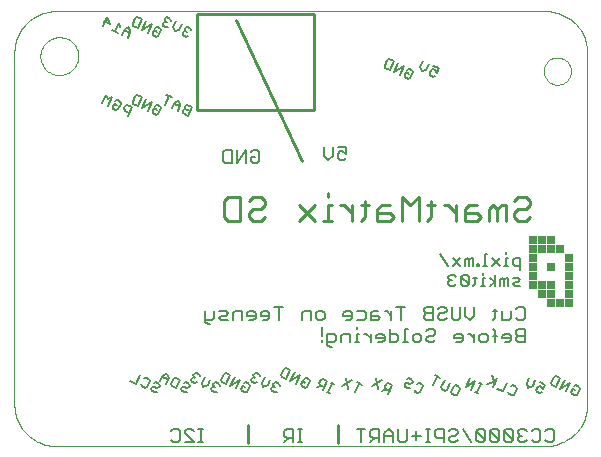
<source format=gbo>
G75*
G70*
%OFA0B0*%
%FSLAX24Y24*%
%IPPOS*%
%LPD*%
%AMOC8*
5,1,8,0,0,1.08239X$1,22.5*
%
%ADD10C,0.0000*%
%ADD11C,0.0090*%
%ADD12C,0.0060*%
%ADD13C,0.0070*%
%ADD14C,0.0100*%
%ADD15C,0.0080*%
%ADD16R,0.0250X0.0250*%
D10*
X001600Y002933D02*
X017900Y002933D01*
X017973Y002935D01*
X018046Y002941D01*
X018119Y002950D01*
X018191Y002964D01*
X018262Y002981D01*
X018333Y003002D01*
X018402Y003026D01*
X018469Y003054D01*
X018536Y003086D01*
X018600Y003121D01*
X018662Y003159D01*
X018723Y003200D01*
X018781Y003245D01*
X018837Y003293D01*
X018890Y003343D01*
X018940Y003396D01*
X018988Y003452D01*
X019033Y003510D01*
X019074Y003571D01*
X019112Y003633D01*
X019147Y003697D01*
X019179Y003764D01*
X019207Y003831D01*
X019231Y003900D01*
X019252Y003971D01*
X019269Y004042D01*
X019283Y004114D01*
X019292Y004187D01*
X019298Y004260D01*
X019300Y004333D01*
X019300Y016033D01*
X017847Y015433D02*
X017849Y015475D01*
X017855Y015517D01*
X017865Y015559D01*
X017878Y015599D01*
X017896Y015638D01*
X017917Y015675D01*
X017941Y015709D01*
X017969Y015742D01*
X017999Y015772D01*
X018032Y015798D01*
X018067Y015822D01*
X018105Y015842D01*
X018144Y015858D01*
X018184Y015871D01*
X018226Y015880D01*
X018268Y015885D01*
X018311Y015886D01*
X018353Y015883D01*
X018395Y015876D01*
X018436Y015865D01*
X018476Y015850D01*
X018514Y015832D01*
X018551Y015810D01*
X018585Y015785D01*
X018617Y015757D01*
X018645Y015726D01*
X018671Y015692D01*
X018694Y015656D01*
X018713Y015619D01*
X018729Y015579D01*
X018741Y015538D01*
X018749Y015497D01*
X018753Y015454D01*
X018753Y015412D01*
X018749Y015369D01*
X018741Y015328D01*
X018729Y015287D01*
X018713Y015247D01*
X018694Y015210D01*
X018671Y015174D01*
X018645Y015140D01*
X018617Y015109D01*
X018585Y015081D01*
X018551Y015056D01*
X018514Y015034D01*
X018476Y015016D01*
X018436Y015001D01*
X018395Y014990D01*
X018353Y014983D01*
X018311Y014980D01*
X018268Y014981D01*
X018226Y014986D01*
X018184Y014995D01*
X018144Y015008D01*
X018105Y015024D01*
X018067Y015044D01*
X018032Y015068D01*
X017999Y015094D01*
X017969Y015124D01*
X017941Y015157D01*
X017917Y015191D01*
X017896Y015228D01*
X017878Y015267D01*
X017865Y015307D01*
X017855Y015349D01*
X017849Y015391D01*
X017847Y015433D01*
X019300Y016033D02*
X019298Y016106D01*
X019292Y016179D01*
X019283Y016252D01*
X019269Y016324D01*
X019252Y016395D01*
X019231Y016466D01*
X019207Y016535D01*
X019179Y016602D01*
X019147Y016669D01*
X019112Y016733D01*
X019074Y016795D01*
X019033Y016856D01*
X018988Y016914D01*
X018940Y016970D01*
X018890Y017023D01*
X018837Y017073D01*
X018781Y017121D01*
X018723Y017166D01*
X018662Y017207D01*
X018600Y017245D01*
X018536Y017280D01*
X018469Y017312D01*
X018402Y017340D01*
X018333Y017364D01*
X018262Y017385D01*
X018191Y017402D01*
X018119Y017416D01*
X018046Y017425D01*
X017973Y017431D01*
X017900Y017433D01*
X001600Y017433D01*
X001527Y017431D01*
X001454Y017425D01*
X001381Y017416D01*
X001309Y017402D01*
X001238Y017385D01*
X001167Y017364D01*
X001098Y017340D01*
X001031Y017312D01*
X000964Y017280D01*
X000900Y017245D01*
X000838Y017207D01*
X000777Y017166D01*
X000719Y017121D01*
X000663Y017073D01*
X000610Y017023D01*
X000560Y016970D01*
X000512Y016914D01*
X000467Y016856D01*
X000426Y016795D01*
X000388Y016733D01*
X000353Y016669D01*
X000321Y016602D01*
X000293Y016535D01*
X000269Y016466D01*
X000248Y016395D01*
X000231Y016324D01*
X000217Y016252D01*
X000208Y016179D01*
X000202Y016106D01*
X000200Y016033D01*
X000200Y004333D01*
X000202Y004260D01*
X000208Y004187D01*
X000217Y004114D01*
X000231Y004042D01*
X000248Y003971D01*
X000269Y003900D01*
X000293Y003831D01*
X000321Y003764D01*
X000353Y003697D01*
X000388Y003633D01*
X000426Y003571D01*
X000467Y003510D01*
X000512Y003452D01*
X000560Y003396D01*
X000610Y003343D01*
X000663Y003293D01*
X000719Y003245D01*
X000777Y003200D01*
X000838Y003159D01*
X000900Y003121D01*
X000964Y003086D01*
X001031Y003054D01*
X001098Y003026D01*
X001167Y003002D01*
X001238Y002981D01*
X001309Y002964D01*
X001381Y002950D01*
X001454Y002941D01*
X001527Y002935D01*
X001600Y002933D01*
X001070Y015933D02*
X001072Y015983D01*
X001078Y016033D01*
X001088Y016082D01*
X001102Y016130D01*
X001119Y016177D01*
X001140Y016222D01*
X001165Y016266D01*
X001193Y016307D01*
X001225Y016346D01*
X001259Y016383D01*
X001296Y016417D01*
X001336Y016447D01*
X001378Y016474D01*
X001422Y016498D01*
X001468Y016519D01*
X001515Y016535D01*
X001563Y016548D01*
X001613Y016557D01*
X001662Y016562D01*
X001713Y016563D01*
X001763Y016560D01*
X001812Y016553D01*
X001861Y016542D01*
X001909Y016527D01*
X001955Y016509D01*
X002000Y016487D01*
X002043Y016461D01*
X002084Y016432D01*
X002123Y016400D01*
X002159Y016365D01*
X002191Y016327D01*
X002221Y016287D01*
X002248Y016244D01*
X002271Y016200D01*
X002290Y016154D01*
X002306Y016106D01*
X002318Y016057D01*
X002326Y016008D01*
X002330Y015958D01*
X002330Y015908D01*
X002326Y015858D01*
X002318Y015809D01*
X002306Y015760D01*
X002290Y015712D01*
X002271Y015666D01*
X002248Y015622D01*
X002221Y015579D01*
X002191Y015539D01*
X002159Y015501D01*
X002123Y015466D01*
X002084Y015434D01*
X002043Y015405D01*
X002000Y015379D01*
X001955Y015357D01*
X001909Y015339D01*
X001861Y015324D01*
X001812Y015313D01*
X001763Y015306D01*
X001713Y015303D01*
X001662Y015304D01*
X001613Y015309D01*
X001563Y015318D01*
X001515Y015331D01*
X001468Y015347D01*
X001422Y015368D01*
X001378Y015392D01*
X001336Y015419D01*
X001296Y015449D01*
X001259Y015483D01*
X001225Y015520D01*
X001193Y015559D01*
X001165Y015600D01*
X001140Y015644D01*
X001119Y015689D01*
X001102Y015736D01*
X001088Y015784D01*
X001078Y015833D01*
X001072Y015883D01*
X001070Y015933D01*
D11*
X010639Y011374D02*
X010639Y011239D01*
X010639Y010969D02*
X010639Y010428D01*
X010774Y010428D02*
X010504Y010428D01*
X010221Y010428D02*
X009681Y010969D01*
X010221Y010969D02*
X009681Y010428D01*
X010639Y010969D02*
X010774Y010969D01*
X011059Y010969D02*
X011194Y010969D01*
X011464Y010699D01*
X011464Y010969D02*
X011464Y010428D01*
X011747Y010428D02*
X011882Y010563D01*
X011882Y011104D01*
X012017Y010969D02*
X011747Y010969D01*
X012305Y010834D02*
X012305Y010428D01*
X012710Y010428D01*
X012846Y010563D01*
X012710Y010699D01*
X012305Y010699D01*
X012305Y010834D02*
X012440Y010969D01*
X012710Y010969D01*
X013134Y011239D02*
X013134Y010428D01*
X013674Y010428D02*
X013674Y011239D01*
X013404Y010969D01*
X013134Y011239D01*
X013957Y010969D02*
X014227Y010969D01*
X014092Y011104D02*
X014092Y010563D01*
X013957Y010428D01*
X014647Y010969D02*
X014917Y010699D01*
X014917Y010969D02*
X014917Y010428D01*
X015206Y010428D02*
X015611Y010428D01*
X015746Y010563D01*
X015611Y010699D01*
X015206Y010699D01*
X015206Y010834D02*
X015206Y010428D01*
X015206Y010834D02*
X015341Y010969D01*
X015611Y010969D01*
X016034Y010834D02*
X016034Y010428D01*
X016305Y010428D02*
X016305Y010834D01*
X016169Y010969D01*
X016034Y010834D01*
X016305Y010834D02*
X016440Y010969D01*
X016575Y010969D01*
X016575Y010428D01*
X016863Y010563D02*
X016863Y010699D01*
X016998Y010834D01*
X017268Y010834D01*
X017403Y010969D01*
X017403Y011104D01*
X017268Y011239D01*
X016998Y011239D01*
X016863Y011104D01*
X016863Y010563D02*
X016998Y010428D01*
X017268Y010428D01*
X017403Y010563D01*
X014647Y010969D02*
X014512Y010969D01*
X008564Y010969D02*
X008429Y010834D01*
X008159Y010834D01*
X008023Y010699D01*
X008023Y010563D01*
X008159Y010428D01*
X008429Y010428D01*
X008564Y010563D01*
X007735Y010428D02*
X007330Y010428D01*
X007195Y010563D01*
X007195Y011104D01*
X007330Y011239D01*
X007735Y011239D01*
X007735Y010428D01*
X008023Y011104D02*
X008159Y011239D01*
X008429Y011239D01*
X008564Y011104D01*
X008564Y010969D01*
D12*
X008297Y012363D02*
X008150Y012363D01*
X008076Y012437D01*
X008076Y012584D01*
X008223Y012584D01*
X008076Y012730D02*
X008150Y012804D01*
X008297Y012804D01*
X008370Y012730D01*
X008370Y012437D01*
X008297Y012363D01*
X007910Y012363D02*
X007910Y012804D01*
X007616Y012363D01*
X007616Y012804D01*
X007449Y012804D02*
X007229Y012804D01*
X007156Y012730D01*
X007156Y012437D01*
X007229Y012363D01*
X007449Y012363D01*
X007449Y012804D01*
X010516Y012904D02*
X010516Y012610D01*
X010663Y012463D01*
X010810Y012610D01*
X010810Y012904D01*
X010976Y012904D02*
X011270Y012904D01*
X011270Y012684D01*
X011123Y012757D01*
X011050Y012757D01*
X010976Y012684D01*
X010976Y012537D01*
X011050Y012463D01*
X011197Y012463D01*
X011270Y012537D01*
X011245Y007432D02*
X011172Y007359D01*
X011172Y007285D01*
X011465Y007285D01*
X011465Y007212D02*
X011465Y007359D01*
X011392Y007432D01*
X011245Y007432D01*
X011632Y007432D02*
X011852Y007432D01*
X011925Y007359D01*
X011925Y007212D01*
X011852Y007138D01*
X011632Y007138D01*
X011465Y007212D02*
X011392Y007138D01*
X011245Y007138D01*
X011622Y006902D02*
X011622Y006829D01*
X011622Y006682D02*
X011622Y006388D01*
X011695Y006388D02*
X011549Y006388D01*
X011388Y006388D02*
X011388Y006682D01*
X011168Y006682D01*
X011095Y006609D01*
X011095Y006388D01*
X010928Y006462D02*
X010855Y006388D01*
X010634Y006388D01*
X010634Y006315D02*
X010634Y006682D01*
X010855Y006682D01*
X010928Y006609D01*
X010928Y006462D01*
X010781Y006242D02*
X010708Y006242D01*
X010634Y006315D01*
X010468Y006388D02*
X010468Y006462D01*
X010468Y006609D02*
X010468Y006902D01*
X010471Y007138D02*
X010324Y007138D01*
X010251Y007212D01*
X010251Y007359D01*
X010324Y007432D01*
X010471Y007432D01*
X010544Y007359D01*
X010544Y007212D01*
X010471Y007138D01*
X010084Y007138D02*
X010084Y007432D01*
X009864Y007432D01*
X009790Y007359D01*
X009790Y007138D01*
X009163Y007579D02*
X008870Y007579D01*
X009016Y007579D02*
X009016Y007138D01*
X008703Y007212D02*
X008703Y007359D01*
X008629Y007432D01*
X008483Y007432D01*
X008409Y007359D01*
X008409Y007285D01*
X008703Y007285D01*
X008703Y007212D02*
X008629Y007138D01*
X008483Y007138D01*
X008242Y007212D02*
X008242Y007359D01*
X008169Y007432D01*
X008022Y007432D01*
X007949Y007359D01*
X007949Y007285D01*
X008242Y007285D01*
X008242Y007212D02*
X008169Y007138D01*
X008022Y007138D01*
X007782Y007138D02*
X007782Y007432D01*
X007562Y007432D01*
X007488Y007359D01*
X007488Y007138D01*
X007322Y007138D02*
X007101Y007138D01*
X007028Y007212D01*
X007101Y007285D01*
X007248Y007285D01*
X007322Y007359D01*
X007248Y007432D01*
X007028Y007432D01*
X006861Y007432D02*
X006861Y007212D01*
X006788Y007138D01*
X006568Y007138D01*
X006568Y007065D02*
X006641Y006992D01*
X006714Y006992D01*
X006568Y007065D02*
X006568Y007432D01*
X011622Y006682D02*
X011695Y006682D01*
X011859Y006682D02*
X011932Y006682D01*
X012079Y006535D01*
X012079Y006388D02*
X012079Y006682D01*
X012246Y006609D02*
X012246Y006535D01*
X012539Y006535D01*
X012539Y006462D02*
X012539Y006609D01*
X012466Y006682D01*
X012319Y006682D01*
X012246Y006609D01*
X012319Y006388D02*
X012466Y006388D01*
X012539Y006462D01*
X012706Y006388D02*
X012926Y006388D01*
X013000Y006462D01*
X013000Y006609D01*
X012926Y006682D01*
X012706Y006682D01*
X012706Y006829D02*
X012706Y006388D01*
X013160Y006388D02*
X013307Y006388D01*
X013233Y006388D02*
X013233Y006829D01*
X013307Y006829D01*
X013473Y006609D02*
X013547Y006682D01*
X013694Y006682D01*
X013767Y006609D01*
X013767Y006462D01*
X013694Y006388D01*
X013547Y006388D01*
X013473Y006462D01*
X013473Y006609D01*
X013934Y006535D02*
X013934Y006462D01*
X014007Y006388D01*
X014154Y006388D01*
X014227Y006462D01*
X014154Y006609D02*
X014007Y006609D01*
X013934Y006535D01*
X013934Y006755D02*
X014007Y006829D01*
X014154Y006829D01*
X014227Y006755D01*
X014227Y006682D01*
X014154Y006609D01*
X014855Y006609D02*
X014855Y006535D01*
X015148Y006535D01*
X015148Y006462D02*
X015148Y006609D01*
X015075Y006682D01*
X014928Y006682D01*
X014855Y006609D01*
X014928Y006388D02*
X015075Y006388D01*
X015148Y006462D01*
X015312Y006682D02*
X015385Y006682D01*
X015532Y006535D01*
X015532Y006388D02*
X015532Y006682D01*
X015699Y006609D02*
X015772Y006682D01*
X015919Y006682D01*
X015992Y006609D01*
X015992Y006462D01*
X015919Y006388D01*
X015772Y006388D01*
X015699Y006462D01*
X015699Y006609D01*
X016152Y006609D02*
X016299Y006609D01*
X016226Y006755D02*
X016226Y006388D01*
X016466Y006535D02*
X016760Y006535D01*
X016760Y006462D02*
X016760Y006609D01*
X016686Y006682D01*
X016539Y006682D01*
X016466Y006609D01*
X016466Y006535D01*
X016539Y006388D02*
X016686Y006388D01*
X016760Y006462D01*
X016926Y006462D02*
X017000Y006388D01*
X017220Y006388D01*
X017220Y006829D01*
X017000Y006829D01*
X016926Y006755D01*
X016926Y006682D01*
X017000Y006609D01*
X017220Y006609D01*
X017000Y006609D02*
X016926Y006535D01*
X016926Y006462D01*
X016226Y006755D02*
X016152Y006829D01*
X016152Y007138D02*
X016226Y007212D01*
X016226Y007505D01*
X016299Y007432D02*
X016152Y007432D01*
X016466Y007432D02*
X016466Y007138D01*
X016686Y007138D01*
X016760Y007212D01*
X016760Y007432D01*
X016926Y007505D02*
X017000Y007579D01*
X017147Y007579D01*
X017220Y007505D01*
X017220Y007212D01*
X017147Y007138D01*
X017000Y007138D01*
X016926Y007212D01*
X015532Y007285D02*
X015385Y007138D01*
X015238Y007285D01*
X015238Y007579D01*
X015072Y007579D02*
X015072Y007212D01*
X014998Y007138D01*
X014851Y007138D01*
X014778Y007212D01*
X014778Y007579D01*
X014611Y007505D02*
X014611Y007432D01*
X014538Y007359D01*
X014391Y007359D01*
X014318Y007285D01*
X014318Y007212D01*
X014391Y007138D01*
X014538Y007138D01*
X014611Y007212D01*
X014151Y007138D02*
X013931Y007138D01*
X013857Y007212D01*
X013857Y007285D01*
X013931Y007359D01*
X014151Y007359D01*
X014151Y007579D02*
X014151Y007138D01*
X013931Y007359D02*
X013857Y007432D01*
X013857Y007505D01*
X013931Y007579D01*
X014151Y007579D01*
X014318Y007505D02*
X014391Y007579D01*
X014538Y007579D01*
X014611Y007505D01*
X015532Y007579D02*
X015532Y007285D01*
X013230Y007579D02*
X012936Y007579D01*
X013083Y007579D02*
X013083Y007138D01*
X012770Y007138D02*
X012770Y007432D01*
X012770Y007285D02*
X012623Y007432D01*
X012549Y007432D01*
X012312Y007432D02*
X012166Y007432D01*
X012092Y007359D01*
X012092Y007138D01*
X012312Y007138D01*
X012386Y007212D01*
X012312Y007285D01*
X012092Y007285D01*
X012144Y003504D02*
X012071Y003430D01*
X012071Y003284D01*
X012144Y003210D01*
X012365Y003210D01*
X012365Y003063D02*
X012365Y003504D01*
X012144Y003504D01*
X011904Y003504D02*
X011611Y003504D01*
X011757Y003504D02*
X011757Y003063D01*
X012071Y003063D02*
X012218Y003210D01*
X012531Y003284D02*
X012825Y003284D01*
X012825Y003357D02*
X012825Y003063D01*
X012992Y003137D02*
X012992Y003504D01*
X012825Y003357D02*
X012678Y003504D01*
X012531Y003357D01*
X012531Y003063D01*
X012992Y003137D02*
X013065Y003063D01*
X013212Y003063D01*
X013285Y003137D01*
X013285Y003504D01*
X013452Y003284D02*
X013746Y003284D01*
X013599Y003430D02*
X013599Y003137D01*
X013906Y003063D02*
X014053Y003063D01*
X013979Y003063D02*
X013979Y003504D01*
X013906Y003504D02*
X014053Y003504D01*
X014219Y003430D02*
X014219Y003284D01*
X014293Y003210D01*
X014513Y003210D01*
X014513Y003063D02*
X014513Y003504D01*
X014293Y003504D01*
X014219Y003430D01*
X014680Y003430D02*
X014753Y003504D01*
X014900Y003504D01*
X014973Y003430D01*
X014973Y003357D01*
X014900Y003284D01*
X014753Y003284D01*
X014680Y003210D01*
X014680Y003137D01*
X014753Y003063D01*
X014900Y003063D01*
X014973Y003137D01*
X015140Y003504D02*
X015434Y003063D01*
X015601Y003137D02*
X015674Y003063D01*
X015821Y003063D01*
X015894Y003137D01*
X015601Y003430D01*
X015601Y003137D01*
X015894Y003137D02*
X015894Y003430D01*
X015821Y003504D01*
X015674Y003504D01*
X015601Y003430D01*
X016061Y003430D02*
X016355Y003137D01*
X016281Y003063D01*
X016134Y003063D01*
X016061Y003137D01*
X016061Y003430D01*
X016134Y003504D01*
X016281Y003504D01*
X016355Y003430D01*
X016355Y003137D01*
X016521Y003137D02*
X016595Y003063D01*
X016742Y003063D01*
X016815Y003137D01*
X016521Y003430D01*
X016521Y003137D01*
X016815Y003137D02*
X016815Y003430D01*
X016742Y003504D01*
X016595Y003504D01*
X016521Y003430D01*
X016982Y003430D02*
X016982Y003357D01*
X017055Y003284D01*
X016982Y003210D01*
X016982Y003137D01*
X017055Y003063D01*
X017202Y003063D01*
X017275Y003137D01*
X017442Y003137D02*
X017516Y003063D01*
X017662Y003063D01*
X017736Y003137D01*
X017736Y003430D01*
X017662Y003504D01*
X017516Y003504D01*
X017442Y003430D01*
X017275Y003430D02*
X017202Y003504D01*
X017055Y003504D01*
X016982Y003430D01*
X017055Y003284D02*
X017129Y003284D01*
X017903Y003430D02*
X017976Y003504D01*
X018123Y003504D01*
X018196Y003430D01*
X018196Y003137D01*
X018123Y003063D01*
X017976Y003063D01*
X017903Y003137D01*
X009804Y003063D02*
X009657Y003063D01*
X009730Y003063D02*
X009730Y003504D01*
X009657Y003504D02*
X009804Y003504D01*
X009497Y003504D02*
X009277Y003504D01*
X009203Y003430D01*
X009203Y003284D01*
X009277Y003210D01*
X009497Y003210D01*
X009497Y003063D02*
X009497Y003504D01*
X009350Y003210D02*
X009203Y003063D01*
X006484Y003063D02*
X006337Y003063D01*
X006410Y003063D02*
X006410Y003504D01*
X006337Y003504D02*
X006484Y003504D01*
X006177Y003430D02*
X006104Y003504D01*
X005957Y003504D01*
X005883Y003430D01*
X005883Y003357D01*
X006177Y003063D01*
X005883Y003063D01*
X005717Y003137D02*
X005643Y003063D01*
X005496Y003063D01*
X005423Y003137D01*
X005717Y003137D02*
X005717Y003430D01*
X005643Y003504D01*
X005496Y003504D01*
X005423Y003430D01*
D13*
X014671Y008332D02*
X014734Y008268D01*
X014861Y008268D01*
X014924Y008332D01*
X015085Y008332D02*
X015148Y008268D01*
X015275Y008268D01*
X015339Y008332D01*
X015085Y008585D01*
X015085Y008332D01*
X015085Y008585D02*
X015148Y008649D01*
X015275Y008649D01*
X015339Y008585D01*
X015339Y008332D01*
X015488Y008268D02*
X015551Y008332D01*
X015551Y008585D01*
X015615Y008522D02*
X015488Y008522D01*
X015828Y008522D02*
X015828Y008268D01*
X015891Y008268D02*
X015764Y008268D01*
X016046Y008268D02*
X016236Y008395D01*
X016046Y008522D01*
X015891Y008522D02*
X015828Y008522D01*
X015828Y008649D02*
X015828Y008712D01*
X015833Y008943D02*
X015960Y008943D01*
X015897Y008943D02*
X015897Y009324D01*
X015960Y009324D01*
X016121Y009197D02*
X016374Y008943D01*
X016524Y008943D02*
X016651Y008943D01*
X016587Y008943D02*
X016587Y009197D01*
X016651Y009197D01*
X016587Y009324D02*
X016587Y009387D01*
X016374Y009197D02*
X016121Y008943D01*
X016236Y008649D02*
X016236Y008268D01*
X016397Y008268D02*
X016397Y008458D01*
X016460Y008522D01*
X016524Y008458D01*
X016524Y008268D01*
X016651Y008268D02*
X016651Y008522D01*
X016587Y008522D01*
X016524Y008458D01*
X016811Y008522D02*
X017002Y008522D01*
X017065Y008458D01*
X017002Y008395D01*
X016875Y008395D01*
X016811Y008332D01*
X016875Y008268D01*
X017065Y008268D01*
X017065Y008817D02*
X017065Y009197D01*
X016875Y009197D01*
X016811Y009133D01*
X016811Y009007D01*
X016875Y008943D01*
X017065Y008943D01*
X015684Y008943D02*
X015620Y008943D01*
X015620Y009007D01*
X015684Y009007D01*
X015684Y008943D01*
X015477Y008943D02*
X015477Y009197D01*
X015413Y009197D01*
X015350Y009133D01*
X015286Y009197D01*
X015223Y009133D01*
X015223Y008943D01*
X015350Y008943D02*
X015350Y009133D01*
X015062Y009197D02*
X014809Y008943D01*
X014648Y008943D02*
X014394Y009324D01*
X014809Y009197D02*
X015062Y008943D01*
X014861Y008649D02*
X014734Y008649D01*
X014671Y008585D01*
X014671Y008522D01*
X014734Y008458D01*
X014671Y008395D01*
X014671Y008332D01*
X014734Y008458D02*
X014797Y008458D01*
X014924Y008585D02*
X014861Y008649D01*
D14*
X009800Y012433D02*
X007600Y017133D01*
X006300Y017333D02*
X010200Y017333D01*
X010200Y014133D01*
X006300Y014133D01*
X006300Y017333D01*
X008000Y003633D02*
X008000Y003033D01*
X011000Y003033D02*
X011000Y003633D01*
D15*
X010709Y004707D02*
X010612Y004752D01*
X010660Y004729D02*
X010796Y005020D01*
X010844Y004997D02*
X010747Y005042D01*
X010622Y005101D02*
X010477Y005168D01*
X010406Y005143D01*
X010360Y005046D01*
X010386Y004975D01*
X010531Y004907D01*
X010486Y004811D02*
X010622Y005101D01*
X010435Y004952D02*
X010293Y004901D01*
X010044Y005095D02*
X009954Y004901D01*
X009883Y004876D01*
X009786Y004921D01*
X009760Y004992D01*
X009806Y005088D01*
X009902Y005043D01*
X009851Y005185D02*
X009922Y005211D01*
X010018Y005166D01*
X010044Y005095D01*
X009733Y005299D02*
X009404Y005099D01*
X009539Y005389D01*
X009399Y005455D02*
X009254Y005522D01*
X009183Y005496D01*
X009093Y005303D01*
X009119Y005232D01*
X009264Y005164D01*
X009399Y005455D01*
X009733Y005299D02*
X009598Y005009D01*
X009044Y004945D02*
X009018Y005016D01*
X008922Y005061D01*
X008851Y005035D01*
X008828Y004987D01*
X008854Y004916D01*
X008783Y004890D01*
X008760Y004842D01*
X008786Y004771D01*
X008883Y004726D01*
X008954Y004751D01*
X008902Y004893D02*
X008854Y004916D01*
X008643Y004955D02*
X008501Y004904D01*
X008449Y005046D01*
X008539Y005239D01*
X008377Y005256D02*
X008351Y005327D01*
X008254Y005372D01*
X008183Y005346D01*
X008160Y005298D01*
X008186Y005227D01*
X008115Y005201D01*
X008093Y005153D01*
X008119Y005082D01*
X008215Y005037D01*
X008286Y005063D01*
X008235Y005205D02*
X008186Y005227D01*
X008018Y005016D02*
X007922Y005061D01*
X007851Y005035D01*
X007806Y004938D02*
X007902Y004893D01*
X007806Y004938D02*
X007760Y004842D01*
X007786Y004771D01*
X007883Y004726D01*
X007954Y004751D01*
X008044Y004945D01*
X008018Y005016D01*
X007733Y005149D02*
X007598Y004859D01*
X007404Y004949D02*
X007539Y005239D01*
X007399Y005305D02*
X007264Y005014D01*
X007119Y005082D01*
X007093Y005153D01*
X007183Y005346D01*
X007254Y005372D01*
X007399Y005305D01*
X007404Y004949D02*
X007733Y005149D01*
X007044Y004945D02*
X007018Y005016D01*
X006922Y005061D01*
X006851Y005035D01*
X006828Y004987D01*
X006854Y004916D01*
X006783Y004890D01*
X006760Y004842D01*
X006786Y004771D01*
X006883Y004726D01*
X006954Y004751D01*
X006902Y004893D02*
X006854Y004916D01*
X006643Y004955D02*
X006501Y004904D01*
X006449Y005046D01*
X006539Y005239D01*
X006377Y005256D02*
X006351Y005327D01*
X006254Y005372D01*
X006183Y005346D01*
X006160Y005298D01*
X006186Y005227D01*
X006115Y005201D01*
X006093Y005153D01*
X006119Y005082D01*
X006215Y005037D01*
X006286Y005063D01*
X006235Y005205D02*
X006186Y005227D01*
X006018Y005016D02*
X006044Y004945D01*
X006022Y004897D01*
X005951Y004871D01*
X005854Y004916D01*
X005783Y004890D01*
X005760Y004842D01*
X005786Y004771D01*
X005883Y004726D01*
X005954Y004751D01*
X005598Y004859D02*
X005452Y004926D01*
X005427Y004997D01*
X005517Y005191D01*
X005588Y005217D01*
X005733Y005149D01*
X005598Y004859D01*
X005851Y005035D02*
X005922Y005061D01*
X006018Y005016D01*
X006643Y004955D02*
X006733Y005149D01*
X005354Y005208D02*
X005264Y005014D01*
X005331Y005159D02*
X005138Y005250D01*
X005160Y005298D02*
X005070Y005105D01*
X005018Y005016D02*
X005044Y004945D01*
X005022Y004897D01*
X004951Y004871D01*
X004854Y004916D01*
X004783Y004890D01*
X004760Y004842D01*
X004786Y004771D01*
X004883Y004726D01*
X004954Y004751D01*
X004620Y004907D02*
X004549Y004881D01*
X004452Y004926D01*
X004427Y004997D01*
X004264Y005014D02*
X004070Y005105D01*
X004264Y005014D02*
X004399Y005305D01*
X004517Y005191D02*
X004588Y005217D01*
X004685Y005171D01*
X004710Y005101D01*
X004620Y004907D01*
X004851Y005035D02*
X004922Y005061D01*
X005018Y005016D01*
X005354Y005208D02*
X005302Y005350D01*
X005160Y005298D01*
X008643Y004955D02*
X008733Y005149D01*
X011137Y004927D02*
X011466Y005127D01*
X011606Y005061D02*
X011800Y004971D01*
X011703Y005016D02*
X011568Y004726D01*
X011331Y004836D02*
X011272Y005217D01*
X012137Y004927D02*
X012466Y005127D01*
X012584Y005013D02*
X012539Y004916D01*
X012564Y004845D01*
X012710Y004778D01*
X012613Y004823D02*
X012471Y004771D01*
X012331Y004836D02*
X012272Y005217D01*
X012584Y005013D02*
X012655Y005039D01*
X012800Y004971D01*
X012664Y004681D01*
X013236Y004904D02*
X013332Y004859D01*
X013403Y004885D01*
X013400Y005004D02*
X013303Y005049D01*
X013232Y005023D01*
X013210Y004975D01*
X013236Y004904D01*
X013400Y005004D02*
X013471Y005030D01*
X013493Y005078D01*
X013468Y005149D01*
X013371Y005194D01*
X013300Y005169D01*
X013634Y005013D02*
X013705Y005039D01*
X013801Y004994D01*
X013827Y004923D01*
X013737Y004729D01*
X013666Y004703D01*
X013569Y004749D01*
X013544Y004819D01*
X014167Y004959D02*
X014302Y005250D01*
X014399Y005205D02*
X014206Y005295D01*
X014539Y005139D02*
X014427Y004897D01*
X014452Y004826D01*
X014549Y004781D01*
X014620Y004807D01*
X014733Y005049D01*
X014851Y004935D02*
X014922Y004961D01*
X015018Y004916D01*
X015044Y004845D01*
X014954Y004651D01*
X014883Y004626D01*
X014786Y004671D01*
X014760Y004742D01*
X014851Y004935D01*
X015243Y004901D02*
X015378Y005191D01*
X015572Y005101D02*
X015243Y004901D01*
X015436Y004811D02*
X015572Y005101D01*
X015697Y005042D02*
X015794Y004997D01*
X015746Y005020D02*
X015610Y004729D01*
X015659Y004707D02*
X015562Y004752D01*
X016164Y004914D02*
X016299Y005205D01*
X016183Y005082D02*
X015970Y005005D01*
X016209Y005011D02*
X016106Y005295D01*
X016633Y005049D02*
X016498Y004759D01*
X016304Y004849D01*
X016660Y004742D02*
X016686Y004671D01*
X016783Y004626D01*
X016854Y004651D01*
X016944Y004845D01*
X016918Y004916D01*
X016822Y004961D01*
X016751Y004935D01*
X017282Y005023D02*
X017372Y005217D01*
X017282Y005023D02*
X017334Y004882D01*
X017476Y004933D01*
X017566Y005127D01*
X017706Y005061D02*
X017900Y004971D01*
X017832Y004826D01*
X017758Y004919D01*
X017710Y004942D01*
X017639Y004916D01*
X017594Y004819D01*
X017619Y004749D01*
X017716Y004703D01*
X017787Y004729D01*
X018119Y004982D02*
X018264Y004914D01*
X018399Y005205D01*
X018254Y005272D01*
X018183Y005246D01*
X018093Y005053D01*
X018119Y004982D01*
X018404Y004849D02*
X018539Y005139D01*
X018733Y005049D02*
X018404Y004849D01*
X018598Y004759D02*
X018733Y005049D01*
X018851Y004935D02*
X018922Y004961D01*
X019018Y004916D01*
X019044Y004845D01*
X018954Y004651D01*
X018883Y004626D01*
X018786Y004671D01*
X018760Y004742D01*
X018806Y004838D01*
X018902Y004793D01*
X005981Y013953D02*
X005836Y014021D01*
X005810Y014092D01*
X005833Y014140D01*
X005904Y014166D01*
X006049Y014098D01*
X005981Y013953D02*
X006117Y014243D01*
X005972Y014311D01*
X005901Y014285D01*
X005878Y014237D01*
X005904Y014166D01*
X005715Y014254D02*
X005522Y014344D01*
X005544Y014392D02*
X005454Y014199D01*
X005544Y014392D02*
X005686Y014444D01*
X005738Y014302D01*
X005648Y014109D01*
X005094Y014195D02*
X005004Y014001D01*
X004933Y013976D01*
X004836Y014021D01*
X004810Y014092D01*
X004856Y014188D01*
X004952Y014143D01*
X004901Y014285D02*
X004972Y014311D01*
X005068Y014266D01*
X005094Y014195D01*
X005217Y014309D02*
X005352Y014600D01*
X005449Y014555D02*
X005256Y014645D01*
X004783Y014399D02*
X004454Y014199D01*
X004589Y014489D01*
X004449Y014555D02*
X004304Y014622D01*
X004233Y014596D01*
X004143Y014403D01*
X004169Y014332D01*
X004314Y014264D01*
X004449Y014555D01*
X004783Y014399D02*
X004648Y014109D01*
X004117Y014243D02*
X003972Y014311D01*
X003901Y014285D01*
X003856Y014188D01*
X003881Y014117D01*
X004026Y014050D01*
X003981Y013953D02*
X004117Y014243D01*
X003760Y014351D02*
X003670Y014157D01*
X003599Y014131D01*
X003502Y014176D01*
X003477Y014247D01*
X003522Y014344D01*
X003618Y014299D01*
X003567Y014441D02*
X003638Y014467D01*
X003735Y014421D01*
X003760Y014351D01*
X003449Y014555D02*
X003314Y014264D01*
X003120Y014355D02*
X003256Y014645D01*
X003307Y014503D01*
X003449Y014555D01*
X003981Y016553D02*
X004072Y016747D01*
X004020Y016888D01*
X003878Y016837D01*
X003788Y016643D01*
X003648Y016709D02*
X003454Y016799D01*
X003551Y016754D02*
X003686Y017044D01*
X003738Y016902D01*
X003856Y016788D02*
X004049Y016698D01*
X004169Y016932D02*
X004143Y017003D01*
X004233Y017196D01*
X004304Y017222D01*
X004449Y017155D01*
X004314Y016864D01*
X004169Y016932D01*
X004454Y016799D02*
X004589Y017089D01*
X004783Y016999D02*
X004454Y016799D01*
X004648Y016709D02*
X004783Y016999D01*
X004901Y016885D02*
X004972Y016911D01*
X005068Y016866D01*
X005094Y016795D01*
X005004Y016601D01*
X004933Y016576D01*
X004836Y016621D01*
X004810Y016692D01*
X004856Y016788D01*
X004952Y016743D01*
X005169Y016932D02*
X005265Y016887D01*
X005336Y016913D01*
X005285Y017055D02*
X005236Y017077D01*
X005165Y017051D01*
X005143Y017003D01*
X005169Y016932D01*
X005236Y017077D02*
X005210Y017148D01*
X005233Y017196D01*
X005304Y017222D01*
X005401Y017177D01*
X005427Y017106D01*
X005589Y017089D02*
X005499Y016896D01*
X005551Y016754D01*
X005693Y016805D01*
X005783Y016999D01*
X005901Y016885D02*
X005878Y016837D01*
X005904Y016766D01*
X005833Y016740D01*
X005810Y016692D01*
X005836Y016621D01*
X005933Y016576D01*
X006004Y016601D01*
X005952Y016743D02*
X005904Y016766D01*
X005901Y016885D02*
X005972Y016911D01*
X006068Y016866D01*
X006094Y016795D01*
X003381Y017009D02*
X003188Y017100D01*
X003304Y017222D02*
X003169Y016932D01*
X003381Y017009D02*
X003304Y017222D01*
X012543Y015603D02*
X012633Y015796D01*
X012704Y015822D01*
X012849Y015755D01*
X012714Y015464D01*
X012569Y015532D01*
X012543Y015603D01*
X012854Y015399D02*
X012989Y015689D01*
X013183Y015599D02*
X012854Y015399D01*
X013048Y015309D02*
X013183Y015599D01*
X013301Y015485D02*
X013372Y015511D01*
X013468Y015466D01*
X013494Y015395D01*
X013404Y015201D01*
X013333Y015176D01*
X013236Y015221D01*
X013210Y015292D01*
X013256Y015388D01*
X013352Y015343D01*
X013784Y015432D02*
X013732Y015573D01*
X013822Y015767D01*
X014016Y015677D02*
X013926Y015483D01*
X013784Y015432D01*
X014044Y015369D02*
X014069Y015299D01*
X014166Y015253D01*
X014237Y015279D01*
X014282Y015376D02*
X014208Y015469D01*
X014160Y015492D01*
X014089Y015466D01*
X014044Y015369D01*
X014282Y015376D02*
X014350Y015521D01*
X014156Y015611D01*
D16*
X017475Y009808D03*
X017475Y009808D03*
X017775Y009808D03*
X018075Y009808D03*
X018075Y009808D03*
X018075Y009508D03*
X018075Y009508D03*
X018375Y009508D03*
X018675Y009208D03*
X018675Y008908D03*
X018075Y008908D03*
X017475Y008908D03*
X017475Y008608D03*
X017475Y008608D03*
X017475Y008308D03*
X017475Y008308D03*
X017775Y008308D03*
X018075Y008308D03*
X018075Y008308D03*
X018675Y008308D03*
X018675Y008308D03*
X018675Y008608D03*
X018675Y008608D03*
X018675Y008008D03*
X018075Y008008D03*
X017775Y008008D03*
X018075Y007708D03*
X018375Y007708D03*
X018675Y007708D03*
X017475Y009208D03*
X017475Y009508D03*
X017475Y009508D03*
X017775Y009508D03*
M02*

</source>
